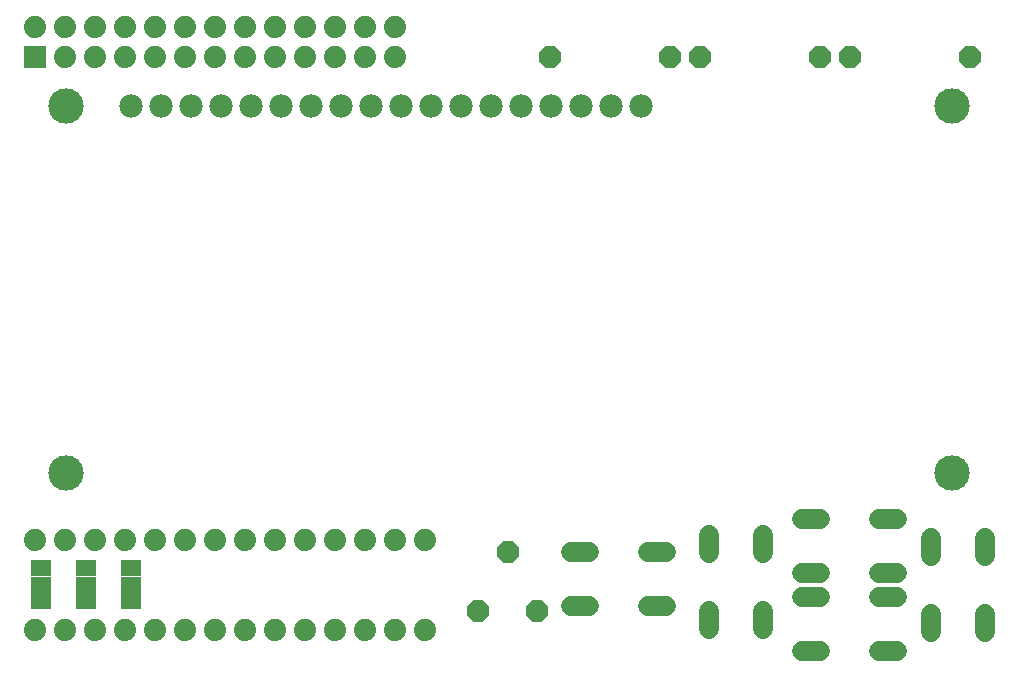
<source format=gbr>
G04 EAGLE Gerber RS-274X export*
G75*
%MOMM*%
%FSLAX34Y34*%
%LPD*%
%INSoldermask Bottom*%
%IPPOS*%
%AMOC8*
5,1,8,0,0,1.08239X$1,22.5*%
G01*
%ADD10C,1.879600*%
%ADD11C,1.727200*%
%ADD12P,2.034460X8X22.500000*%
%ADD13P,2.034460X8X202.500000*%
%ADD14C,1.981200*%
%ADD15C,3.003200*%
%ADD16R,1.879600X1.879600*%
%ADD17R,1.803400X1.371600*%


D10*
X354330Y105410D03*
X328930Y105410D03*
X303530Y105410D03*
X278130Y105410D03*
X252730Y105410D03*
X227330Y105410D03*
X201930Y105410D03*
X176530Y105410D03*
X151130Y105410D03*
X125730Y105410D03*
X100330Y105410D03*
X74930Y105410D03*
X49530Y105410D03*
X24130Y105410D03*
X24130Y29210D03*
X49530Y29210D03*
X74930Y29210D03*
X100330Y29210D03*
X125730Y29210D03*
X151130Y29210D03*
X176530Y29210D03*
X201930Y29210D03*
X227330Y29210D03*
X252730Y29210D03*
X278130Y29210D03*
X303530Y29210D03*
X328930Y29210D03*
X354330Y29210D03*
D11*
X673608Y122936D02*
X688848Y122936D01*
X688848Y77724D02*
X673608Y77724D01*
X738632Y122936D02*
X753872Y122936D01*
X753872Y77724D02*
X738632Y77724D01*
X639826Y94742D02*
X639826Y109982D01*
X594614Y109982D02*
X594614Y94742D01*
X639826Y44958D02*
X639826Y29718D01*
X594614Y29718D02*
X594614Y44958D01*
X782574Y42418D02*
X782574Y27178D01*
X827786Y27178D02*
X827786Y42418D01*
X782574Y92202D02*
X782574Y107442D01*
X827786Y107442D02*
X827786Y92202D01*
X688848Y56896D02*
X673608Y56896D01*
X673608Y11684D02*
X688848Y11684D01*
X738632Y56896D02*
X753872Y56896D01*
X753872Y11684D02*
X738632Y11684D01*
X493268Y94996D02*
X478028Y94996D01*
X478028Y49784D02*
X493268Y49784D01*
X543052Y94996D02*
X558292Y94996D01*
X558292Y49784D02*
X543052Y49784D01*
D12*
X459740Y514350D03*
X561340Y514350D03*
D13*
X688340Y514350D03*
X586740Y514350D03*
D12*
X713740Y514350D03*
X815340Y514350D03*
D14*
X105450Y472500D03*
X130850Y472500D03*
X156250Y472500D03*
X181650Y472500D03*
X207050Y472500D03*
X232450Y472500D03*
X257850Y472500D03*
X283250Y472500D03*
X308650Y472500D03*
X334050Y472500D03*
X359450Y472500D03*
X384850Y472500D03*
X410250Y472500D03*
X435650Y472500D03*
X461050Y472500D03*
X486450Y472500D03*
X511850Y472500D03*
X537250Y472500D03*
D15*
X50450Y162500D03*
X50450Y472500D03*
X800450Y472500D03*
X800450Y162500D03*
D12*
X424180Y94850D03*
X449180Y44850D03*
X399180Y44850D03*
D16*
X24130Y514350D03*
D10*
X24130Y539750D03*
X49530Y514350D03*
X49530Y539750D03*
X74930Y514350D03*
X74930Y539750D03*
X100330Y514350D03*
X100330Y539750D03*
X125730Y514350D03*
X125730Y539750D03*
X151130Y514350D03*
X151130Y539750D03*
X176530Y514350D03*
X176530Y539750D03*
X201930Y514350D03*
X201930Y539750D03*
X227330Y514350D03*
X227330Y539750D03*
X252730Y514350D03*
X252730Y539750D03*
X278130Y514350D03*
X278130Y539750D03*
X303530Y514350D03*
X303530Y539750D03*
X328930Y514350D03*
X328930Y539750D03*
D17*
X105410Y53340D03*
X105410Y81280D03*
X105410Y67310D03*
X29210Y53340D03*
X29210Y81280D03*
X29210Y67310D03*
X67310Y53340D03*
X67310Y81280D03*
X67310Y67310D03*
M02*

</source>
